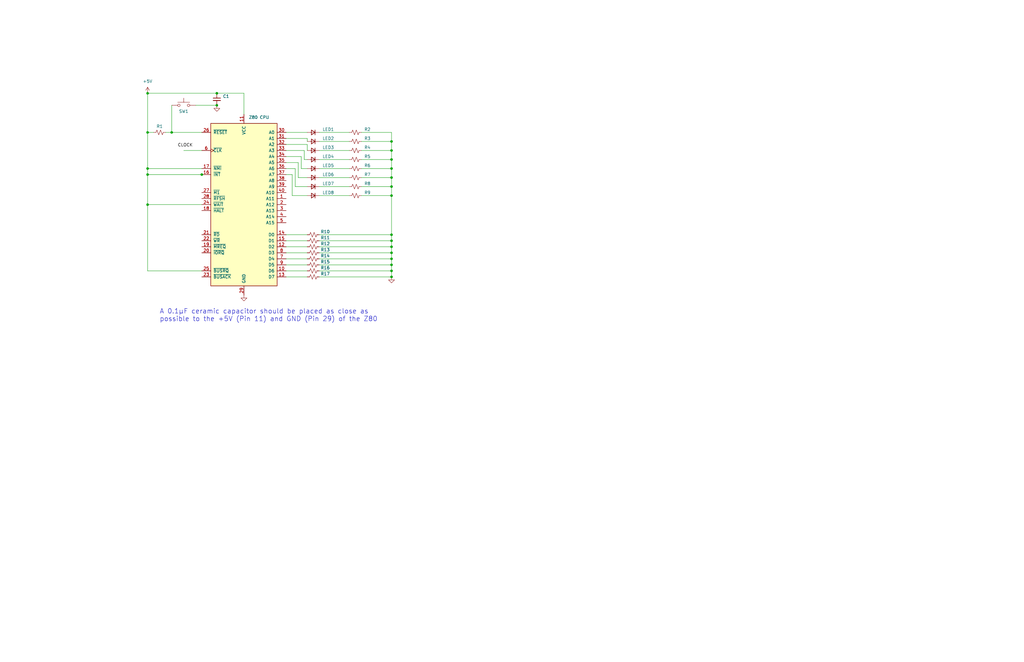
<source format=kicad_sch>
(kicad_sch (version 20211123) (generator eeschema)
  (paper "B")
  (lib_symbols
    (symbol "CPU:Z80CPU" (pin_names (offset 1.016))
      (property "Reference" "U" (at -13.97 35.56 0))
      (property "Value" "Z80CPU" (at 6.35 35.56 0))
      (symbol "Z80CPU_0_1"
        (rectangle (start -13.97 34.29) (end 13.97 -34.29) (stroke (width 0.254)) (fill (type background)))
      )
      (symbol "Z80CPU_1_1"
        (pin output line (at 17.78 2.54 180) (length 3.81) (name "A11") (number "1"))
        (pin bidirectional line (at 17.78 -27.94 180) (length 3.81) (name "D6") (number "10"))
        (pin power_in line (at 0 38.1 270) (length 3.81) (name "VCC") (number "11"))
        (pin bidirectional line (at 17.78 -17.78 180) (length 3.81) (name "D2") (number "12"))
        (pin bidirectional line (at 17.78 -30.48 180) (length 3.81) (name "D7") (number "13"))
        (pin bidirectional line (at 17.78 -12.7 180) (length 3.81) (name "D0") (number "14"))
        (pin bidirectional line (at 17.78 -15.24 180) (length 3.81) (name "D1") (number "15"))
        (pin input line (at -17.78 12.7 0) (length 3.81) (name "~{INT}") (number "16"))
        (pin input line (at -17.78 15.24 0) (length 3.81) (name "~{NMI}") (number "17"))
        (pin output line (at -17.78 -2.54 0) (length 3.81) (name "~{HALT}") (number "18"))
        (pin output line (at -17.78 -17.78 0) (length 3.81) (name "~{MREQ}") (number "19"))
        (pin output line (at 17.78 0 180) (length 3.81) (name "A12") (number "2"))
        (pin output line (at -17.78 -20.32 0) (length 3.81) (name "~{IORQ}") (number "20"))
        (pin output line (at -17.78 -12.7 0) (length 3.81) (name "~{RD}") (number "21"))
        (pin output line (at -17.78 -15.24 0) (length 3.81) (name "~{WR}") (number "22"))
        (pin output line (at -17.78 -30.48 0) (length 3.81) (name "~{BUSACK}") (number "23"))
        (pin input line (at -17.78 0 0) (length 3.81) (name "~{WAIT}") (number "24"))
        (pin input line (at -17.78 -27.94 0) (length 3.81) (name "~{BUSRQ}") (number "25"))
        (pin input line (at -17.78 30.48 0) (length 3.81) (name "~{RESET}") (number "26"))
        (pin output line (at -17.78 5.08 0) (length 3.81) (name "~{M1}") (number "27"))
        (pin output line (at -17.78 2.54 0) (length 3.81) (name "~{RFSH}") (number "28"))
        (pin power_in line (at 0 -38.1 90) (length 3.81) (name "GND") (number "29"))
        (pin output line (at 17.78 -2.54 180) (length 3.81) (name "A13") (number "3"))
        (pin output line (at 17.78 30.48 180) (length 3.81) (name "A0") (number "30"))
        (pin output line (at 17.78 27.94 180) (length 3.81) (name "A1") (number "31"))
        (pin output line (at 17.78 25.4 180) (length 3.81) (name "A2") (number "32"))
        (pin output line (at 17.78 22.86 180) (length 3.81) (name "A3") (number "33"))
        (pin output line (at 17.78 20.32 180) (length 3.81) (name "A4") (number "34"))
        (pin output line (at 17.78 17.78 180) (length 3.81) (name "A5") (number "35"))
        (pin output line (at 17.78 15.24 180) (length 3.81) (name "A6") (number "36"))
        (pin output line (at 17.78 12.7 180) (length 3.81) (name "A7") (number "37"))
        (pin output line (at 17.78 10.16 180) (length 3.81) (name "A8") (number "38"))
        (pin output line (at 17.78 7.62 180) (length 3.81) (name "A9") (number "39"))
        (pin output line (at 17.78 -5.08 180) (length 3.81) (name "A14") (number "4"))
        (pin output line (at 17.78 5.08 180) (length 3.81) (name "A10") (number "40"))
        (pin output line (at 17.78 -7.62 180) (length 3.81) (name "A15") (number "5"))
        (pin input clock (at -17.78 22.86 0) (length 3.81) (name "~{CLK}") (number "6"))
        (pin bidirectional line (at 17.78 -22.86 180) (length 3.81) (name "D4") (number "7"))
        (pin bidirectional line (at 17.78 -20.32 180) (length 3.81) (name "D3") (number "8"))
        (pin bidirectional line (at 17.78 -25.4 180) (length 3.81) (name "D5") (number "9"))
      )
    )
    (symbol "Device:C_Small" (pin_numbers hide) (pin_names (offset 0.254) hide)
      (property "Reference" "C" (at 0.254 1.778 0))
      (property "Value" "C_Small" (at 0.254 -2.032 0))
      (symbol "C_Small_0_1"
        (polyline (pts (xy -1.524 -0.508) (xy 1.524 -0.508)) (stroke (width 0.3302)))
        (polyline (pts (xy -1.524 0.508) (xy 1.524 0.508)) (stroke (width 0.3048)))
      )
      (symbol "C_Small_1_1"
        (pin passive line (at 0 2.54 270) (length 2.032) (name "~") (number "1"))
        (pin passive line (at 0 -2.54 90) (length 2.032) (name "~") (number "2"))
      )
    )
    (symbol "Device:LED_Small" (pin_numbers hide) (pin_names (offset 0.254) hide)
      (property "Value" "LED" (at 5.08 1.27 0))
      (symbol "LED_Small_0_1"
        (polyline (pts (xy -0.762 -1.016) (xy -0.762 1.016)) (stroke (width 0.254)))
        (polyline (pts (xy 1.016 0) (xy -0.762 0)))
        (polyline (pts (xy 0.762 -1.016) (xy -0.762 0) (xy 0.762 1.016) (xy 0.762 -1.016)) (stroke (width 0.254)))
      )
      (symbol "LED_Small_1_1"
        (pin passive line (at -2.54 0 0) (length 1.778) (name "K") (number "1"))
        (pin passive line (at 2.54 0 180) (length 1.778) (name "A") (number "2"))
      )
    )
    (symbol "Device:R_Small_US" (pin_numbers hide) (pin_names (offset 0.254) hide)
      (property "Reference" "R" (at 0.762 0.508 0))
      (property "Value" "R_Small_US" (at 0.762 -1.016 0))
      (symbol "R_Small_US_1_1"
        (polyline (pts (xy 0 0) (xy 1.016 -0.381) (xy 0 -0.762) (xy -1.016 -1.143) (xy 0 -1.524)))
        (polyline (pts (xy 0 1.524) (xy 1.016 1.143) (xy 0 0.762) (xy -1.016 0.381) (xy 0 0)))
        (pin passive line (at 0 2.54 270) (length 1.016) (name "~") (number "1"))
        (pin passive line (at 0 -2.54 90) (length 1.016) (name "~") (number "2"))
      )
    )
    (symbol "Switch:SW_Push" (pin_numbers hide) (pin_names (offset 1.016) hide)
      (property "Reference" "SW" (at 1.27 2.54 0))
      (property "Value" "SW_Push" (at 0 -1.524 0))
      (symbol "SW_Push_0_1"
        (circle (center -2.032 0) (radius 0.508))
        (polyline (pts (xy 0 1.27) (xy 0 3.048)))
        (polyline (pts (xy 2.54 1.27) (xy -2.54 1.27)))
        (circle (center 2.032 0) (radius 0.508))
        (pin passive line (at -5.08 0 0) (length 2.54) (name "1") (number "1"))
        (pin passive line (at 5.08 0 180) (length 2.54) (name "2") (number "2"))
      )
    )
    (symbol "power:+5V" (power) (pin_names (offset 0))
      (property "Value" "+5V" (at 0 3.556 0))
      (symbol "+5V_0_1"
        (polyline (pts (xy -0.762 1.27) (xy 0 2.54)))
        (polyline (pts (xy 0 0) (xy 0 2.54)))
        (polyline (pts (xy 0 2.54) (xy 0.762 1.27)))
      )
      (symbol "+5V_1_1"
        (pin power_in line (at 0 0 90) (length 0) hide (name "+5V") (number "1"))
      )
    )
    (symbol "power:GND1" (power) (pin_names (offset 0))
      (property "Value" "GND1" (at 0 -3.81 0))
      (symbol "GND1_0_1"
        (polyline (pts (xy 0 0) (xy 0 -1.27) (xy 1.27 -1.27) (xy 0 -2.54) (xy -1.27 -1.27) (xy 0 -1.27)))
      )
      (symbol "GND1_1_1"
        (pin power_in line (at 0 0 270) (length 0) hide (name "GND1") (number "1"))
      )
    )
  )
  (junction (at 165.1 101.6))
  (junction (at 62.23 55.88))
  (junction (at 165.1 114.3))
  (junction (at 165.1 106.68))
  (junction (at 165.1 104.14))
  (junction (at 85.09 73.66))
  (junction (at 165.1 111.76))
  (junction (at 165.1 78.74))
  (junction (at 72.39 55.88))
  (junction (at 91.44 39.37))
  (junction (at 165.1 67.31))
  (junction (at 62.23 39.37))
  (junction (at 165.1 63.5))
  (junction (at 62.23 71.12))
  (junction (at 165.1 71.12))
  (junction (at 62.23 86.36))
  (junction (at 165.1 82.55))
  (junction (at 165.1 59.69))
  (junction (at 91.44 44.45))
  (junction (at 165.1 109.22))
  (junction (at 165.1 116.84))
  (junction (at 165.1 99.06))
  (junction (at 62.23 73.66))
  (junction (at 165.1 74.93))
  (wire (pts (xy 134.62 59.69) (xy 147.32 59.69)))
  (wire (pts (xy 165.1 104.14) (xy 165.1 106.68)))
  (wire (pts (xy 120.65 63.5) (xy 128.27 63.5)))
  (wire (pts (xy 125.73 68.58) (xy 125.73 74.93)))
  (wire (pts (xy 125.73 74.93) (xy 129.54 74.93)))
  (wire (pts (xy 85.09 55.88) (xy 72.39 55.88)))
  (wire (pts (xy 134.62 114.3) (xy 165.1 114.3)))
  (wire (pts (xy 134.62 55.88) (xy 147.32 55.88)))
  (wire (pts (xy 62.23 71.12) (xy 62.23 73.66)))
  (wire (pts (xy 165.1 78.74) (xy 165.1 82.55)))
  (wire (pts (xy 134.62 67.31) (xy 147.32 67.31)))
  (wire (pts (xy 152.4 78.74) (xy 165.1 78.74)))
  (wire (pts (xy 62.23 71.12) (xy 85.09 71.12)))
  (wire (pts (xy 62.23 114.3) (xy 62.23 86.36)))
  (wire (pts (xy 124.46 78.74) (xy 129.54 78.74)))
  (wire (pts (xy 120.65 58.42) (xy 129.54 58.42)))
  (wire (pts (xy 165.1 67.31) (xy 165.1 71.12)))
  (wire (pts (xy 77.47 63.5) (xy 85.09 63.5)))
  (wire (pts (xy 165.1 114.3) (xy 165.1 116.84)))
  (wire (pts (xy 134.62 78.74) (xy 147.32 78.74)))
  (wire (pts (xy 91.44 39.37) (xy 102.87 39.37)))
  (wire (pts (xy 120.65 109.22) (xy 129.54 109.22)))
  (wire (pts (xy 120.65 114.3) (xy 129.54 114.3)))
  (wire (pts (xy 128.27 63.5) (xy 128.27 67.31)))
  (wire (pts (xy 152.4 82.55) (xy 165.1 82.55)))
  (wire (pts (xy 165.1 106.68) (xy 165.1 109.22)))
  (wire (pts (xy 120.65 101.6) (xy 129.54 101.6)))
  (wire (pts (xy 120.65 55.88) (xy 129.54 55.88)))
  (wire (pts (xy 82.55 44.45) (xy 91.44 44.45)))
  (wire (pts (xy 124.46 71.12) (xy 124.46 78.74)))
  (wire (pts (xy 152.4 67.31) (xy 165.1 67.31)))
  (wire (pts (xy 165.1 101.6) (xy 165.1 104.14)))
  (wire (pts (xy 120.65 60.96) (xy 129.54 60.96)))
  (wire (pts (xy 152.4 74.93) (xy 165.1 74.93)))
  (wire (pts (xy 152.4 63.5) (xy 165.1 63.5)))
  (wire (pts (xy 85.09 114.3) (xy 62.23 114.3)))
  (wire (pts (xy 165.1 63.5) (xy 165.1 67.31)))
  (wire (pts (xy 152.4 59.69) (xy 165.1 59.69)))
  (wire (pts (xy 127 66.04) (xy 127 71.12)))
  (wire (pts (xy 120.65 104.14) (xy 129.54 104.14)))
  (wire (pts (xy 134.62 101.6) (xy 165.1 101.6)))
  (wire (pts (xy 129.54 60.96) (xy 129.54 63.5)))
  (wire (pts (xy 62.23 73.66) (xy 62.23 86.36)))
  (wire (pts (xy 134.62 109.22) (xy 165.1 109.22)))
  (wire (pts (xy 62.23 55.88) (xy 64.77 55.88)))
  (wire (pts (xy 134.62 82.55) (xy 147.32 82.55)))
  (wire (pts (xy 102.87 39.37) (xy 102.87 48.26)))
  (wire (pts (xy 152.4 71.12) (xy 165.1 71.12)))
  (wire (pts (xy 134.62 116.84) (xy 165.1 116.84)))
  (wire (pts (xy 120.65 106.68) (xy 129.54 106.68)))
  (wire (pts (xy 152.4 55.88) (xy 165.1 55.88)))
  (wire (pts (xy 134.62 104.14) (xy 165.1 104.14)))
  (wire (pts (xy 134.62 106.68) (xy 165.1 106.68)))
  (wire (pts (xy 165.1 82.55) (xy 165.1 99.06)))
  (wire (pts (xy 69.85 55.88) (xy 72.39 55.88)))
  (wire (pts (xy 120.65 73.66) (xy 123.19 73.66)))
  (wire (pts (xy 127 71.12) (xy 129.54 71.12)))
  (wire (pts (xy 62.23 55.88) (xy 62.23 71.12)))
  (wire (pts (xy 62.23 39.37) (xy 91.44 39.37)))
  (wire (pts (xy 134.62 111.76) (xy 165.1 111.76)))
  (wire (pts (xy 62.23 39.37) (xy 62.23 55.88)))
  (wire (pts (xy 120.65 99.06) (xy 129.54 99.06)))
  (wire (pts (xy 120.65 66.04) (xy 127 66.04)))
  (wire (pts (xy 85.09 86.36) (xy 62.23 86.36)))
  (wire (pts (xy 134.62 74.93) (xy 147.32 74.93)))
  (wire (pts (xy 165.1 55.88) (xy 165.1 59.69)))
  (wire (pts (xy 120.65 111.76) (xy 129.54 111.76)))
  (wire (pts (xy 165.1 99.06) (xy 165.1 101.6)))
  (wire (pts (xy 134.62 71.12) (xy 147.32 71.12)))
  (wire (pts (xy 165.1 111.76) (xy 165.1 114.3)))
  (wire (pts (xy 165.1 109.22) (xy 165.1 111.76)))
  (wire (pts (xy 123.19 73.66) (xy 123.19 82.55)))
  (wire (pts (xy 128.27 67.31) (xy 129.54 67.31)))
  (wire (pts (xy 123.19 82.55) (xy 129.54 82.55)))
  (wire (pts (xy 134.62 99.06) (xy 165.1 99.06)))
  (wire (pts (xy 165.1 71.12) (xy 165.1 74.93)))
  (wire (pts (xy 72.39 55.88) (xy 72.39 44.45)))
  (wire (pts (xy 86.36 73.66) (xy 85.09 73.66)))
  (wire (pts (xy 85.09 73.66) (xy 62.23 73.66)))
  (wire (pts (xy 120.65 68.58) (xy 125.73 68.58)))
  (wire (pts (xy 134.62 63.5) (xy 147.32 63.5)))
  (wire (pts (xy 120.65 116.84) (xy 129.54 116.84)))
  (wire (pts (xy 165.1 74.93) (xy 165.1 78.74)))
  (wire (pts (xy 120.65 71.12) (xy 124.46 71.12)))
  (wire (pts (xy 129.54 58.42) (xy 129.54 59.69)))
  (wire (pts (xy 165.1 59.69) (xy 165.1 63.5)))
  (text "A 0.1µF ceramic capacitor should be placed as close as \npossible to the +5V (Pin 11) and GND (Pin 29) of the Z80" (at 67.31 135.89 0) (effects (font (size 2 2)) (justify left bottom)))
  (label "CLOCK" (at 74.93 62.23 0))
  (symbol (lib_id "Device:R_Small_US") (at 132.08 109.22 270) (unit 1)
    (property "Reference" "R14" (at 137.16 107.95 90))
    (property "Value" "R_Small_US" (effects hide))
  )
  (symbol (lib_id "Device:LED_Small") (at 132.08 55.88 0) (mirror y) (unit 1)
    (property "Reference" "LED1" (at 138.43 54.61 0))
    (property "Value" "LED" (effects hide))
  )
  (symbol (lib_id "Device:R_Small_US") (at 149.86 67.31 270) (unit 1)
    (property "Reference" "R5" (at 154.94 66.04 90))
    (property "Value" "R_Small_US" (effects hide))
  )
  (symbol (lib_id "Device:R_Small_US") (at 132.08 114.3 270) (unit 1)
    (property "Reference" "R16" (at 137.16 113.03 90))
    (property "Value" "R_Small_US" (effects hide))
  )
  (symbol (lib_id "Device:R_Small_US") (at 132.08 111.76 270) (unit 1)
    (property "Reference" "R15" (at 137.16 110.49 90))
    (property "Value" "R_Small_US" (effects hide))
  )
  (symbol (lib_id "Device:LED_Small") (at 132.08 59.69 0) (mirror y) (unit 1)
    (property "Reference" "LED2" (at 138.43 58.42 0))
    (property "Value" "LED" (effects hide))
  )
  (symbol (lib_id "Device:R_Small_US") (at 149.86 55.88 270) (unit 1)
    (property "Reference" "R2" (at 154.94 54.61 90))
    (property "Value" "R_Small_US" (effects hide))
  )
  (symbol (lib_id "Device:C_Small") (at 91.44 41.91 0) (unit 1)
    (property "Reference" "C1" (at 93.98 40.6462 0) (effects (justify left)))
    (property "Value" "C_Small" (effects hide))
  )
  (symbol (lib_id "power:GND1") (at 165.1 116.84 0) (unit 1)
    (property "Reference" "#PWR?" (effects hide))
    (property "Value" "GND1" (effects hide))
  )
  (symbol (lib_id "Device:R_Small_US") (at 149.86 63.5 270) (unit 1)
    (property "Reference" "R4" (at 154.94 62.23 90))
    (property "Value" "R_Small_US" (effects hide))
  )
  (symbol (lib_id "Device:LED_Small") (at 132.08 82.55 0) (mirror y) (unit 1)
    (property "Reference" "LED8" (at 138.43 81.28 0))
    (property "Value" "LED" (effects hide))
  )
  (symbol (lib_id "Device:LED_Small") (at 132.08 78.74 0) (mirror y) (unit 1)
    (property "Reference" "LED7" (at 138.43 77.47 0))
    (property "Value" "LED" (effects hide))
  )
  (symbol (lib_id "Device:LED_Small") (at 132.08 63.5 0) (mirror y) (unit 1)
    (property "Reference" "LED3" (at 138.43 62.23 0))
    (property "Value" "LED" (effects hide))
  )
  (symbol (lib_id "Device:R_Small_US") (at 132.08 116.84 270) (unit 1)
    (property "Reference" "R17" (at 137.16 115.57 90))
    (property "Value" "R_Small_US" (effects hide))
  )
  (symbol (lib_id "Device:R_Small_US") (at 149.86 82.55 270) (unit 1)
    (property "Reference" "R9" (at 154.94 81.28 90))
    (property "Value" "R_Small_US" (effects hide))
  )
  (symbol (lib_id "Device:LED_Small") (at 132.08 74.93 0) (mirror y) (unit 1)
    (property "Reference" "LED6" (at 138.43 73.66 0))
    (property "Value" "LED" (effects hide))
  )
  (symbol (lib_id "Device:R_Small_US") (at 149.86 71.12 270) (unit 1)
    (property "Reference" "R6" (at 154.94 69.85 90))
    (property "Value" "R_Small_US" (effects hide))
  )
  (symbol (lib_id "Switch:SW_Push") (at 77.47 44.45 0) (unit 1)
    (property "Reference" "SW1" (at 77.47 46.99 0))
    (property "Value" "SW_Push" (effects hide))
  )
  (symbol (lib_id "power:GND1") (at 91.44 44.45 0) (unit 1)
    (property "Reference" "#PWR?" (effects hide))
    (property "Value" "GND1" (effects hide))
  )
  (symbol (lib_id "Device:R_Small_US") (at 132.08 106.68 270) (unit 1)
    (property "Reference" "R13" (at 137.16 105.41 90))
    (property "Value" "R_Small_US" (effects hide))
  )
  (symbol (lib_id "power:GND1") (at 102.87 124.46 0) (unit 1)
    (property "Reference" "#PWR?" (effects hide))
    (property "Value" "GND1" (effects hide))
  )
  (symbol (lib_id "Device:R_Small_US") (at 149.86 59.69 270) (unit 1)
    (property "Reference" "R3" (at 154.94 58.42 90))
    (property "Value" "R_Small_US" (effects hide))
  )
  (symbol (lib_id "Device:R_Small_US") (at 149.86 74.93 270) (unit 1)
    (property "Reference" "R7" (at 154.94 73.66 90))
    (property "Value" "R_Small_US" (effects hide))
  )
  (symbol (lib_id "Device:LED_Small") (at 132.08 67.31 0) (mirror y) (unit 1)
    (property "Reference" "LED4" (at 138.43 66.04 0))
    (property "Value" "LED" (effects hide))
  )
  (symbol (lib_id "Device:R_Small_US") (at 132.08 99.06 270) (unit 1)
    (property "Reference" "R10" (at 137.16 97.79 90))
    (property "Value" "R_Small_US" (effects hide))
  )
  (symbol (lib_id "Device:LED_Small") (at 132.08 71.12 0) (mirror y) (unit 1)
    (property "Reference" "LED5" (at 138.43 69.85 0))
    (property "Value" "LED" (effects hide))
  )
  (symbol (lib_id "CPU:Z80CPU") (at 102.87 86.36 0) (unit 1)
    (property "Reference" "U?" (effects hide))
    (property "Value" "Z80 CPU" (at 104.8894 49.53 0) (effects (justify left)))
    (property "Datasheet" "www.zilog.com/manage_directlink.php?filepath=docs/z80/um0080" (effects hide))
  )
  (symbol (lib_id "Device:R_Small_US") (at 132.08 104.14 270) (unit 1)
    (property "Reference" "R12" (at 137.16 102.87 90))
    (property "Value" "R_Small_US" (effects hide))
  )
  (symbol (lib_id "Device:R_Small_US") (at 132.08 101.6 270) (unit 1)
    (property "Reference" "R11" (at 137.16 100.33 90))
    (property "Value" "R_Small_US" (effects hide))
  )
  (symbol (lib_id "power:+5V") (at 62.23 39.37 0) (unit 1)
    (property "Reference" "#PWR?" (effects hide))
    (property "Value" "+5V" (at 62.23 34.29 0))
  )
  (symbol (lib_id "Device:R_Small_US") (at 149.86 78.74 270) (unit 1)
    (property "Reference" "R8" (at 154.94 77.47 90))
    (property "Value" "R_Small_US" (effects hide))
  )
  (symbol (lib_id "Device:R_Small_US") (at 67.31 55.88 270) (unit 1)
    (property "Reference" "R1" (at 67.31 53.34 90))
    (property "Value" "R_Small_US" (effects hide))
  )
)
</source>
